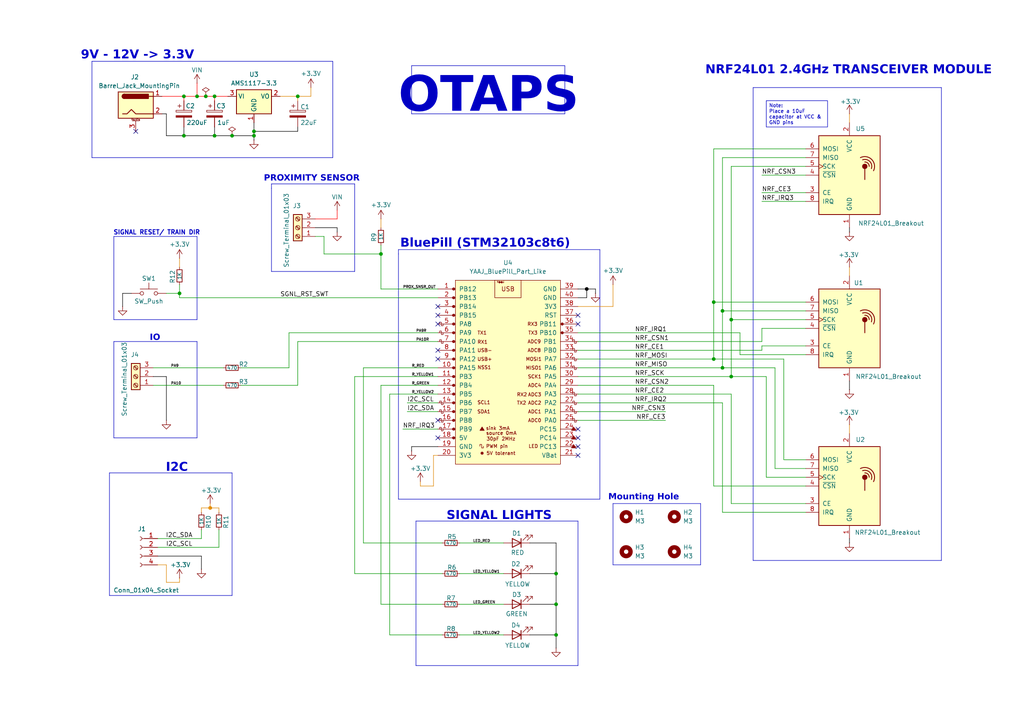
<source format=kicad_sch>
(kicad_sch (version 20231120) (generator "eeschema") (generator_version "8.0")
  (paper "A4")
  (title_block (title "OTAPS (Open Source Train Accident Prevention System)") (date "2024-09-06") (rev "1.1") (company "Ozonised") (comment 2 "License: GNU General Public License version 3") (comment 3 "GitHub: https://github.com/Ozonised/OTAPS_Hardware") (comment 4 "Author: Farhan Khan"))
  (lib_symbols
    (symbol "Connector:Barrel_Jack_MountingPin" (pin_names hide)
      (property "Reference" "J2" (at -0.254 8.128 0))
      (property "Value" "Barrel_Jack_MountingPin" (at 1.016 5.588 0))
      (symbol "Barrel_Jack_MountingPin_1_1"
        (text "Mounting" (at 0 -4.191 0) (effects (font (size 0.381 0.381))))
        (pin passive line (at 7.62 2.54 180) (length 2.54) (name "~") (number "1"))
        (pin passive line (at 7.62 -2.54 180) (length 2.54) (name "~") (number "2"))
        (pin passive line (at 0 -7.62 90) (length 3.048) (name "MountPin") (number "3"))
      )
    )
    (symbol "Connector:Conn_01x04_Socket" (pin_names (offset 1.016) hide)
      (property "Reference" "J" (at 0 5.08 0))
      (property "Value" "Conn_01x04_Socket" (at 0 -7.62 0))
      (symbol "Conn_01x04_Socket_1_1"
        (pin passive line (at -5.08 2.54 0) (length 3.81) (name "Pin_1") (number "1"))
        (pin passive line (at -5.08 0 0) (length 3.81) (name "Pin_2") (number "2"))
        (pin passive line (at -5.08 -2.54 0) (length 3.81) (name "Pin_3") (number "3"))
        (pin passive line (at -5.08 -5.08 0) (length 3.81) (name "Pin_4") (number "4"))
      )
    )
    (symbol "Connector:Screw_Terminal_01x03" (pin_names (offset 1.016) hide)
      (property "Reference" "J" (at 0 5.08 0))
      (property "Value" "Screw_Terminal_01x03" (at 0 -5.08 0))
      (symbol "Screw_Terminal_01x03_1_1"
        (pin passive line (at -5.08 2.54 0) (length 3.81) (name "Pin_1") (number "1"))
        (pin passive line (at -5.08 0 0) (length 3.81) (name "Pin_2") (number "2"))
        (pin passive line (at -5.08 -2.54 0) (length 3.81) (name "Pin_3") (number "3"))
      )
    )
    (symbol "Device:C_Polarized" (pin_numbers hide) (pin_names (offset 0.254))
      (property "Reference" "C" (at 0.635 2.54 0))
      (property "Value" "C_Polarized" (at 0.635 -2.54 0))
      (symbol "C_Polarized_1_1"
        (pin passive line (at 0 3.81 270) (length 2.794) (name "~") (number "1"))
        (pin passive line (at 0 -3.81 90) (length 2.794) (name "~") (number "2"))
      )
    )
    (symbol "Device:LED" (pin_numbers hide) (pin_names (offset 1.016) hide)
      (property "Reference" "D" (at 0 2.54 0))
      (property "Value" "LED" (at 0 -2.54 0))
      (symbol "LED_1_1"
        (pin passive line (at -3.81 0 0) (length 2.54) (name "K") (number "1"))
        (pin passive line (at 3.81 0 180) (length 2.54) (name "A") (number "2"))
      )
    )
    (symbol "Device:R_Small" (pin_numbers hide) (pin_names (offset 0.254) hide)
      (property "Reference" "R" (at 0.762 0.508 0))
      (property "Value" "R_Small" (at 0.762 -1.016 0))
      (symbol "R_Small_1_1"
        (pin passive line (at 0 2.54 270) (length 0.762) (name "~") (number "1"))
        (pin passive line (at 0 -2.54 90) (length 0.762) (name "~") (number "2"))
      )
    )
    (symbol "Mechanical:MountingHole" (pin_names (offset 1.016)) (exclude_from_sim yes) (in_bom no)
      (property "Reference" "H" (at 0 5.08 0))
      (property "Value" "MountingHole" (at 0 3.175 0))
    )
    (symbol "RF:NRF24L01_Breakout" (pin_names (offset 1.016))
      (property "Reference" "U" (at -8.89 12.7 0))
      (property "Value" "NRF24L01_Breakout" (at 3.81 12.7 0))
      (symbol "NRF24L01_Breakout_1_1"
        (pin power_in line (at 0 -15.24 90) (length 3.81) (name "GND") (number "1"))
        (pin power_in line (at 0 15.24 270) (length 3.81) (name "VCC") (number "2"))
        (pin input line (at -12.7 -5.08 0) (length 3.81) (name "CE") (number "3"))
        (pin input line (at -12.7 0 0) (length 3.81) (name "~{CSN}") (number "4"))
        (pin input clock (at -12.7 2.54 0) (length 3.81) (name "SCK") (number "5"))
        (pin input line (at -12.7 7.62 0) (length 3.81) (name "MOSI") (number "6"))
        (pin output line (at -12.7 5.08 0) (length 3.81) (name "MISO") (number "7"))
        (pin output line (at -12.7 -7.62 0) (length 3.81) (name "IRQ") (number "8"))
      )
    )
    (symbol "Regulator_Linear:AMS1117-3.3"
      (property "Reference" "U" (at -3.81 3.175 0))
      (property "Value" "AMS1117-3.3" (at 0 3.175 0))
      (symbol "AMS1117-3.3_1_1"
        (pin power_in line (at 0 -7.62 90) (length 2.54) (name "GND") (number "1"))
        (pin power_out line (at 7.62 0 180) (length 2.54) (name "VO") (number "2"))
        (pin power_in line (at -7.62 0 0) (length 2.54) (name "VI") (number "3"))
      )
    )
    (symbol "STM32_BluePill:YAAJ_BluePill_Part_Like" (pin_names (offset 1.016))
      (property "Reference" "U" (at 0 27.178 0))
      (property "Value" "YAAJ_BluePill_Part_Like" (at 0 2.54 90))
      (symbol "YAAJ_BluePill_Part_Like_0_0"
        (text "30pF 2MHz" (at -2.032 -20.574 0) (effects (font (size 0.9906 0.9906))))
        (text "5V tolerant" (at -2.032 -24.765 0) (effects (font (size 0.9906 0.9906))))
        (text "ADC0" (at 7.747 -15.24 0) (effects (font (size 0.9906 0.9906))))
        (text "ADC1" (at 7.747 -12.7 0) (effects (font (size 0.9906 0.9906))))
        (text "ADC2" (at 7.747 -10.16 0) (effects (font (size 0.9906 0.9906))))
        (text "ADC3" (at 7.747 -7.747 0) (effects (font (size 0.9906 0.9906))))
        (text "ADC4" (at 7.747 -5.08 0) (effects (font (size 0.9906 0.9906))))
        (text "ADC8" (at 7.62 5.08 0) (effects (font (size 0.9906 0.9906))))
        (text "ADC9" (at 7.62 7.62 0) (effects (font (size 0.9906 0.9906))))
        (text "LED" (at 7.366 -22.733 0) (effects (font (size 0.9906 0.9906))))
        (text "MISO1" (at 7.493 0 0) (effects (font (size 0.9906 0.9906))))
        (text "MOSI1" (at 7.493 2.54 0) (effects (font (size 0.9906 0.9906))))
        (text "NSS1" (at -6.858 0.127 0) (effects (font (size 0.9906 0.9906))))
        (text "PWM pin" (at -3.175 -22.733 0) (effects (font (size 0.9906 0.9906))))
        (text "RX1" (at -7.366 7.493 0) (effects (font (size 0.9906 0.9906))))
        (text "RX2" (at 4.064 -7.747 0) (effects (font (size 0.9906 0.9906))))
        (text "RX3" (at 7.112 12.7 0) (effects (font (size 0.9906 0.9906))))
        (text "SCK1" (at 7.747 -2.54 0) (effects (font (size 0.9906 0.9906))))
        (text "SCL1" (at -6.985 -10.033 0) (effects (font (size 0.9906 0.9906))))
        (text "SDA1" (at -6.985 -12.7 0) (effects (font (size 0.9906 0.9906))))
        (text "sink 3mA" (at -2.921 -17.526 0) (effects (font (size 0.9906 0.9906))))
        (text "source 0mA" (at -1.905 -18.923 0) (effects (font (size 0.9906 0.9906))))
        (text "TX1" (at -7.493 10.16 0) (effects (font (size 0.9906 0.9906))))
        (text "TX2" (at 3.937 -10.16 0) (effects (font (size 0.9906 0.9906))))
        (text "TX3" (at 7.239 10.16 0) (effects (font (size 0.9906 0.9906))))
        (text "USB" (at 0 22.86 0) (effects (font (size 1.27 1.27))))
        (text "USB+" (at -6.731 2.54 0) (effects (font (size 0.9906 0.9906))))
        (text "USB-" (at -6.731 5.08 0) (effects (font (size 0.9906 0.9906))))
        (text "Y@@J" (at -2.159 24.892 0) (effects (font (size 0.508 0.508))))
      )
      (symbol "YAAJ_BluePill_Part_Like_1_1"
        (pin bidirectional line (at -20.32 22.86 0) (length 5.08) (name "PB12") (number "1"))
        (pin bidirectional line (at -20.32 0 0) (length 5.08) (name "PA15") (number "10"))
        (pin bidirectional line (at -20.32 -2.54 0) (length 5.08) (name "PB3") (number "11"))
        (pin bidirectional line (at -20.32 -5.08 0) (length 5.08) (name "PB4") (number "12"))
        (pin bidirectional line (at -20.32 -7.62 0) (length 5.08) (name "PB5") (number "13"))
        (pin bidirectional line (at -20.32 -10.16 0) (length 5.08) (name "PB6") (number "14"))
        (pin bidirectional line (at -20.32 -12.7 0) (length 5.08) (name "PB7") (number "15"))
        (pin bidirectional line (at -20.32 -15.24 0) (length 5.08) (name "PB8") (number "16"))
        (pin bidirectional line (at -20.32 -17.78 0) (length 5.08) (name "PB9") (number "17"))
        (pin power_in line (at -20.32 -20.32 0) (length 5.08) (name "5V") (number "18"))
        (pin power_in line (at -20.32 -22.86 0) (length 5.08) (name "GND") (number "19"))
        (pin bidirectional line (at -20.32 20.32 0) (length 5.08) (name "PB13") (number "2"))
        (pin power_in line (at -20.32 -25.4 0) (length 5.08) (name "3V3") (number "20"))
        (pin power_in line (at 20.32 -25.4 180) (length 5.08) (name "VBat") (number "21"))
        (pin bidirectional line (at 20.32 -22.86 180) (length 5.08) (name "PC13") (number "22"))
        (pin bidirectional line (at 20.32 -20.32 180) (length 5.08) (name "PC14") (number "23"))
        (pin bidirectional line (at 20.32 -17.78 180) (length 5.08) (name "PC15") (number "24"))
        (pin bidirectional line (at 20.32 -15.24 180) (length 5.08) (name "PA0") (number "25"))
        (pin bidirectional line (at 20.32 -12.7 180) (length 5.08) (name "PA1") (number "26"))
        (pin bidirectional line (at 20.32 -10.16 180) (length 5.08) (name "PA2") (number "27"))
        (pin bidirectional line (at 20.32 -7.62 180) (length 5.08) (name "PA3") (number "28"))
        (pin bidirectional line (at 20.32 -5.08 180) (length 5.08) (name "PA4") (number "29"))
        (pin bidirectional line (at -20.32 17.78 0) (length 5.08) (name "PB14") (number "3"))
        (pin bidirectional line (at 20.32 -2.54 180) (length 5.08) (name "PA5") (number "30"))
        (pin bidirectional line (at 20.32 0 180) (length 5.08) (name "PA6") (number "31"))
        (pin bidirectional line (at 20.32 2.54 180) (length 5.08) (name "PA7") (number "32"))
        (pin bidirectional line (at 20.32 5.08 180) (length 5.08) (name "PB0") (number "33"))
        (pin bidirectional line (at 20.32 7.62 180) (length 5.08) (name "PB1") (number "34"))
        (pin bidirectional line (at 20.32 10.16 180) (length 5.08) (name "PB10") (number "35"))
        (pin bidirectional line (at 20.32 12.7 180) (length 5.08) (name "PB11") (number "36"))
        (pin input line (at 20.32 15.24 180) (length 5.08) (name "RST") (number "37"))
        (pin power_in line (at 20.32 17.78 180) (length 5.08) (name "3V3") (number "38"))
        (pin power_in line (at 20.32 22.86 180) (length 5.08) (name "GND") (number "39"))
        (pin bidirectional line (at -20.32 15.24 0) (length 5.08) (name "PB15") (number "4"))
        (pin power_in line (at 20.32 20.32 180) (length 5.08) (name "GND") (number "40"))
        (pin bidirectional line (at -20.32 12.7 0) (length 5.08) (name "PA8") (number "5"))
        (pin bidirectional line (at -20.32 10.16 0) (length 5.08) (name "PA9") (number "6"))
        (pin bidirectional line (at -20.32 7.62 0) (length 5.08) (name "PA10") (number "7"))
        (pin bidirectional line (at -20.32 5.08 0) (length 5.08) (name "PA11") (number "8"))
        (pin bidirectional line (at -20.32 2.54 0) (length 5.08) (name "PA12") (number "9"))
      )
    )
    (symbol "Switch:SW_Push" (pin_numbers hide) (pin_names (offset 1.016) hide)
      (property "Reference" "SW" (at 1.27 2.54 0))
      (property "Value" "SW_Push" (at 0 -1.524 0))
      (symbol "SW_Push_0_1"
        (pin passive line (at -5.08 0 0) (length 2.54) (name "1") (number "1"))
        (pin passive line (at 5.08 0 180) (length 2.54) (name "2") (number "2"))
      )
    )
    (symbol "power:+3.3V" (power) (pin_numbers hide) (pin_names (offset 0) hide)
      (property "Value" "+3.3V" (at 0 3.556 0))
      (symbol "+3.3V_1_1"
        (pin power_in line (at 0 0 90) (length 0) (name "~") (number "1"))
      )
    )
    (symbol "power:GND" (power) (pin_numbers hide) (pin_names (offset 0) hide)
      (property "Value" "GND" (at 0 -3.81 0))
      (symbol "GND_1_1"
        (pin power_in line (at 0 0 270) (length 0) (name "~") (number "1"))
      )
    )
    (symbol "power:PWR_FLAG" (power) (pin_numbers hide) (pin_names (offset 0) hide)
      (property "Value" "PWR_FLAG" (at 0 3.81 0))
      (symbol "PWR_FLAG_0_0"
        (pin power_out line (at 0 0 90) (length 0) (name "~") (number "1"))
      )
    )
    (symbol "power:VCC" (power) (pin_numbers hide) (pin_names (offset 0) hide)
      (property "Value" "VCC" (at 0 3.556 0))
      (symbol "VCC_1_1"
        (pin power_in line (at 0 0 90) (length 0) (name "~") (number "1"))
      )
    )
  )
  (junction (at 209.55 106.68))
  (junction (at 86.36 27.94))
  (junction (at 161.29 175.26))
  (junction (at 212.09 92.71))
  (junction (at 73.66 38.1))
  (junction (at 110.49 73.66))
  (junction (at 53.34 27.94))
  (junction (at 57.15 27.94))
  (junction (at 212.09 109.22))
  (junction (at 170.18 83.82) (color 0 0 0 1))
  (junction (at 207.01 104.14))
  (junction (at 62.23 27.94))
  (junction (at 161.29 184.15))
  (junction (at 60.96 147.32) (color 221 133 0 1))
  (junction (at 73.66 39.37))
  (junction (at 161.29 166.37))
  (junction (at 67.31 39.37))
  (junction (at 62.23 39.37))
  (junction (at 209.55 90.17))
  (junction (at 53.34 39.37))
  (junction (at 59.69 27.94))
  (junction (at 52.07 85.09))
  (junction (at 207.01 87.63))
  (no_connect (at 127 127))
  (no_connect (at 167.64 127))
  (no_connect (at 127 88.9))
  (no_connect (at 127 91.44))
  (no_connect (at 127 93.98))
  (no_connect (at 127 104.14))
  (no_connect (at 39.37 38.1))
  (no_connect (at 167.64 93.98))
  (no_connect (at 127 101.6))
  (no_connect (at 167.64 132.08))
  (no_connect (at 167.64 129.54))
  (no_connect (at 127 121.92))
  (no_connect (at 167.64 91.44))
  (no_connect (at 167.64 124.46))
  (wire (pts (xy 60.96 147.32) (xy 58.42 147.32)) (stroke (width 0) (color 221 133 0 1)))
  (wire (pts (xy 233.68 92.71) (xy 212.09 92.71)))
  (wire (pts (xy 246.38 123.19) (xy 246.38 125.73)) (stroke (width 0) (color 221 133 0 1)))
  (wire (pts (xy 220.98 100.33) (xy 233.68 100.33)))
  (wire (pts (xy 167.64 114.3) (xy 212.09 114.3)))
  (wire (pts (xy 167.64 111.76) (xy 207.01 111.76)))
  (wire (pts (xy 153.67 157.48) (xy 161.29 157.48)) (stroke (width 0) (color 0 0 0 1)))
  (wire (pts (xy 110.49 71.12) (xy 110.49 73.66)))
  (polyline (pts (xy 273.05 162.56) (xy 273.05 25.4)))
  (wire (pts (xy 58.42 161.29) (xy 45.72 161.29)) (stroke (width 0) (color 0 0 0 1)))
  (polyline (pts (xy 31.75 172.72) (xy 31.75 137.16)))
  (wire (pts (xy 63.5 148.59) (xy 63.5 147.32)) (stroke (width 0) (color 221 133 0 1)))
  (wire (pts (xy 212.09 48.26) (xy 212.09 92.71)))
  (wire (pts (xy 133.35 166.37) (xy 146.05 166.37)))
  (wire (pts (xy 177.8 82.55) (xy 177.8 88.9)) (stroke (width 0) (color 221 133 0 1)))
  (wire (pts (xy 161.29 157.48) (xy 161.29 166.37)) (stroke (width 0) (color 0 0 0 1)))
  (polyline (pts (xy 96.52 17.78) (xy 96.52 45.72)))
  (wire (pts (xy 172.72 83.82) (xy 172.72 85.09)) (stroke (width 0) (color 0 0 0 1)))
  (wire (pts (xy 128.27 175.26) (xy 110.49 175.26)))
  (wire (pts (xy 167.64 116.84) (xy 209.55 116.84)))
  (wire (pts (xy 62.23 39.37) (xy 67.31 39.37)) (stroke (width 0) (color 0 0 0 1)))
  (wire (pts (xy 233.68 146.05) (xy 212.09 146.05)))
  (polyline (pts (xy 57.15 92.71) (xy 57.15 68.58)))
  (wire (pts (xy 209.55 90.17) (xy 209.55 106.68)))
  (polyline (pts (xy 218.44 162.56) (xy 273.05 162.56)))
  (polyline (pts (xy 218.44 25.4) (xy 218.44 162.56)))
  (wire (pts (xy 224.79 106.68) (xy 209.55 106.68)))
  (wire (pts (xy 220.98 95.25) (xy 233.68 95.25)))
  (wire (pts (xy 167.64 83.82) (xy 170.18 83.82)) (stroke (width 0) (color 0 0 0 1)))
  (polyline (pts (xy 57.15 99.06) (xy 57.15 127)))
  (wire (pts (xy 110.49 111.76) (xy 110.49 175.26)))
  (wire (pts (xy 83.82 96.52) (xy 127 96.52)))
  (wire (pts (xy 125.73 140.97) (xy 121.92 140.97)) (stroke (width 0) (color 221 133 0 1)))
  (polyline (pts (xy 67.31 137.16) (xy 67.31 172.72)))
  (wire (pts (xy 214.63 102.87) (xy 233.68 102.87)))
  (wire (pts (xy 52.07 86.36) (xy 52.07 85.09)))
  (wire (pts (xy 52.07 82.55) (xy 52.07 85.09)))
  (polyline (pts (xy 33.02 99.06) (xy 57.15 99.06)))
  (wire (pts (xy 246.38 156.21) (xy 246.38 157.48)) (stroke (width 0) (color 0 0 0 1)))
  (wire (pts (xy 161.29 166.37) (xy 161.29 175.26)) (stroke (width 0) (color 0 0 0 1)))
  (polyline (pts (xy 163.83 19.05) (xy 163.83 33.02)))
  (wire (pts (xy 167.64 119.38) (xy 193.04 119.38)))
  (wire (pts (xy 207.01 104.14) (xy 207.01 87.63)))
  (wire (pts (xy 44.45 106.68) (xy 64.77 106.68)))
  (wire (pts (xy 62.23 27.94) (xy 62.23 29.21)) (stroke (width 0) (color 255 0 0 1)))
  (polyline (pts (xy 177.8 163.83) (xy 203.2 163.83)))
  (polyline (pts (xy 163.83 33.02) (xy 119.38 33.02)))
  (wire (pts (xy 233.68 90.17) (xy 209.55 90.17)))
  (wire (pts (xy 97.79 63.5) (xy 91.44 63.5)) (stroke (width 0) (color 255 0 0 1)))
  (wire (pts (xy 128.27 166.37) (xy 102.87 166.37)))
  (wire (pts (xy 113.03 114.3) (xy 113.03 184.15)))
  (wire (pts (xy 83.82 96.52) (xy 83.82 106.68)))
  (wire (pts (xy 207.01 104.14) (xy 227.33 104.14)))
  (wire (pts (xy 93.98 68.58) (xy 93.98 73.66)))
  (wire (pts (xy 121.92 140.97) (xy 121.92 139.7)) (stroke (width 0) (color 221 133 0 1)))
  (wire (pts (xy 58.42 147.32) (xy 58.42 148.59)) (stroke (width 0) (color 221 133 0 1)))
  (wire (pts (xy 209.55 148.59) (xy 233.68 148.59)))
  (polyline (pts (xy 78.74 53.34) (xy 78.74 54.61)))
  (wire (pts (xy 53.34 39.37) (xy 48.26 39.37)) (stroke (width 0) (color 0 0 0 1)))
  (wire (pts (xy 57.15 24.13) (xy 57.15 27.94)) (stroke (width 0) (color 255 0 0 1)))
  (polyline (pts (xy 203.2 163.83) (xy 203.2 146.05)))
  (wire (pts (xy 48.26 163.83) (xy 48.26 168.91)) (stroke (width 0) (color 221 133 0 1)))
  (wire (pts (xy 212.09 114.3) (xy 212.09 146.05)))
  (polyline (pts (xy 115.57 72.39) (xy 115.57 73.66)))
  (polyline (pts (xy 115.57 144.78) (xy 173.99 144.78)))
  (wire (pts (xy 118.11 116.84) (xy 127 116.84)))
  (polyline (pts (xy 31.75 137.16) (xy 67.31 137.16)))
  (wire (pts (xy 209.55 45.72) (xy 209.55 90.17)))
  (wire (pts (xy 153.67 175.26) (xy 161.29 175.26)) (stroke (width 0) (color 0 0 0 1)))
  (wire (pts (xy 52.07 74.93) (xy 52.07 77.47)) (stroke (width 0) (color 221 133 0 1)))
  (wire (pts (xy 60.96 146.05) (xy 60.96 147.32)) (stroke (width 0) (color 221 133 0 1)))
  (wire (pts (xy 86.36 99.06) (xy 86.36 111.76)))
  (wire (pts (xy 116.84 124.46) (xy 127 124.46)))
  (wire (pts (xy 207.01 43.18) (xy 233.68 43.18)))
  (polyline (pts (xy 57.15 68.58) (xy 33.02 68.58)))
  (wire (pts (xy 58.42 153.67) (xy 58.42 156.21)))
  (wire (pts (xy 67.31 39.37) (xy 73.66 39.37)) (stroke (width 0) (color 0 0 0 1)))
  (wire (pts (xy 167.64 88.9) (xy 177.8 88.9)) (stroke (width 0) (color 221 133 0 1)))
  (polyline (pts (xy 115.57 73.66) (xy 115.57 144.78)))
  (wire (pts (xy 90.17 27.94) (xy 86.36 27.94)) (stroke (width 0) (color 221 133 0 1)))
  (wire (pts (xy 167.64 101.6) (xy 220.98 101.6)))
  (wire (pts (xy 73.66 35.56) (xy 73.66 38.1)) (stroke (width 0) (color 0 0 0 1)))
  (wire (pts (xy 53.34 36.83) (xy 53.34 39.37)) (stroke (width 0) (color 0 0 0 1)))
  (polyline (pts (xy 119.38 19.05) (xy 119.38 33.02)))
  (wire (pts (xy 207.01 43.18) (xy 207.01 87.63)))
  (wire (pts (xy 207.01 87.63) (xy 233.68 87.63)))
  (wire (pts (xy 86.36 27.94) (xy 81.28 27.94)) (stroke (width 0) (color 221 133 0 1)))
  (wire (pts (xy 63.5 158.75) (xy 45.72 158.75)))
  (wire (pts (xy 86.36 99.06) (xy 127 99.06)))
  (wire (pts (xy 73.66 39.37) (xy 73.66 40.64)) (stroke (width 0) (color 0 0 0 1)))
  (polyline (pts (xy 218.44 25.4) (xy 273.05 25.4)))
  (wire (pts (xy 220.98 55.88) (xy 233.68 55.88)))
  (wire (pts (xy 246.38 66.04) (xy 246.38 67.31)) (stroke (width 0) (color 0 0 0 1)))
  (wire (pts (xy 207.01 140.97) (xy 233.68 140.97)))
  (wire (pts (xy 161.29 175.26) (xy 161.29 184.15)) (stroke (width 0) (color 0 0 0 1)))
  (wire (pts (xy 127 114.3) (xy 113.03 114.3)))
  (wire (pts (xy 212.09 48.26) (xy 233.68 48.26)))
  (polyline (pts (xy 96.52 45.72) (xy 26.67 45.72)))
  (polyline (pts (xy 57.15 127) (xy 33.02 127)))
  (wire (pts (xy 90.17 25.4) (xy 90.17 27.94)) (stroke (width 0) (color 221 133 0 1)))
  (wire (pts (xy 167.64 86.36) (xy 170.18 86.36)) (stroke (width 0) (color 0 0 0 1)))
  (wire (pts (xy 52.07 86.36) (xy 127 86.36)))
  (wire (pts (xy 46.99 27.94) (xy 53.34 27.94)) (stroke (width 0) (color 255 0 0 1)))
  (wire (pts (xy 118.11 119.38) (xy 127 119.38)))
  (wire (pts (xy 86.36 36.83) (xy 86.36 38.1)) (stroke (width 0) (color 0 0 0 1)))
  (wire (pts (xy 193.04 121.92) (xy 167.64 121.92)))
  (wire (pts (xy 97.79 66.04) (xy 91.44 66.04)) (stroke (width 0) (color 0 0 0 1)))
  (polyline (pts (xy 120.65 151.13) (xy 120.65 193.04)))
  (wire (pts (xy 161.29 184.15) (xy 161.29 187.96)) (stroke (width 0) (color 0 0 0 1)))
  (wire (pts (xy 62.23 27.94) (xy 66.04 27.94)) (stroke (width 0) (color 255 0 0 1)))
  (wire (pts (xy 209.55 116.84) (xy 209.55 148.59)))
  (wire (pts (xy 105.41 106.68) (xy 127 106.68)))
  (wire (pts (xy 125.73 132.08) (xy 125.73 140.97)) (stroke (width 0) (color 221 133 0 1)))
  (polyline (pts (xy 78.74 54.61) (xy 78.74 78.74)))
  (wire (pts (xy 220.98 101.6) (xy 220.98 100.33)))
  (wire (pts (xy 63.5 147.32) (xy 60.96 147.32)) (stroke (width 0) (color 221 133 0 1)))
  (wire (pts (xy 45.72 163.83) (xy 48.26 163.83)) (stroke (width 0) (color 221 133 0 1)))
  (wire (pts (xy 93.98 68.58) (xy 91.44 68.58)))
  (wire (pts (xy 222.25 109.22) (xy 222.25 138.43)))
  (wire (pts (xy 212.09 92.71) (xy 212.09 109.22)))
  (polyline (pts (xy 33.02 68.58) (xy 33.02 92.71)))
  (wire (pts (xy 97.79 66.04) (xy 97.79 67.31)) (stroke (width 0) (color 0 0 0 1)))
  (polyline (pts (xy 120.65 151.13) (xy 167.64 151.13)))
  (wire (pts (xy 48.26 109.22) (xy 44.45 109.22)) (stroke (width 0) (color 0 0 0 1)))
  (polyline (pts (xy 33.02 92.71) (xy 57.15 92.71)))
  (wire (pts (xy 227.33 133.35) (xy 233.68 133.35)))
  (polyline (pts (xy 167.64 193.04) (xy 167.64 151.13)))
  (wire (pts (xy 220.98 58.42) (xy 233.68 58.42)))
  (wire (pts (xy 127 132.08) (xy 125.73 132.08)) (stroke (width 0) (color 221 133 0 1)))
  (wire (pts (xy 207.01 111.76) (xy 207.01 140.97)))
  (wire (pts (xy 246.38 33.02) (xy 246.38 35.56)) (stroke (width 0) (color 221 133 0 1)))
  (polyline (pts (xy 119.38 19.05) (xy 163.83 19.05)))
  (wire (pts (xy 62.23 36.83) (xy 62.23 39.37)) (stroke (width 0) (color 0 0 0 1)))
  (wire (pts (xy 58.42 156.21) (xy 45.72 156.21)))
  (wire (pts (xy 73.66 38.1) (xy 73.66 39.37)) (stroke (width 0) (color 0 0 0 1)))
  (wire (pts (xy 167.64 104.14) (xy 207.01 104.14)))
  (wire (pts (xy 246.38 77.47) (xy 246.38 80.01)) (stroke (width 0) (color 221 133 0 1)))
  (wire (pts (xy 48.26 109.22) (xy 48.26 121.92)) (stroke (width 0) (color 0 0 0 1)))
  (wire (pts (xy 48.26 85.09) (xy 52.07 85.09)))
  (wire (pts (xy 212.09 109.22) (xy 222.25 109.22)))
  (polyline (pts (xy 120.65 193.04) (xy 167.64 193.04)))
  (polyline (pts (xy 26.67 17.78) (xy 26.67 45.72)))
  (wire (pts (xy 167.64 106.68) (xy 209.55 106.68)))
  (polyline (pts (xy 33.02 99.06) (xy 33.02 127)))
  (wire (pts (xy 105.41 157.48) (xy 105.41 106.68)))
  (wire (pts (xy 44.45 111.76) (xy 64.77 111.76)))
  (wire (pts (xy 214.63 102.87) (xy 214.63 96.52)))
  (wire (pts (xy 110.49 63.5) (xy 110.49 66.04)) (stroke (width 0) (color 221 133 0 1)))
  (wire (pts (xy 48.26 33.02) (xy 46.99 33.02)) (stroke (width 0) (color 0 0 0 1)))
  (wire (pts (xy 58.42 165.1) (xy 58.42 161.29)) (stroke (width 0) (color 0 0 0 1)))
  (wire (pts (xy 133.35 175.26) (xy 146.05 175.26)))
  (wire (pts (xy 153.67 184.15) (xy 161.29 184.15)) (stroke (width 0) (color 0 0 0 1)))
  (wire (pts (xy 102.87 109.22) (xy 127 109.22)))
  (polyline (pts (xy 173.99 72.39) (xy 115.57 72.39)))
  (wire (pts (xy 170.18 86.36) (xy 170.18 83.82)) (stroke (width 0) (color 0 0 0 1)))
  (wire (pts (xy 220.98 50.8) (xy 233.68 50.8)))
  (wire (pts (xy 133.35 184.15) (xy 146.05 184.15)))
  (wire (pts (xy 63.5 153.67) (xy 63.5 158.75)))
  (wire (pts (xy 167.64 99.06) (xy 220.98 99.06)))
  (wire (pts (xy 110.49 83.82) (xy 127 83.82)))
  (wire (pts (xy 119.38 129.54) (xy 127 129.54)) (stroke (width 0) (color 0 0 0 1)))
  (wire (pts (xy 52.07 167.64) (xy 52.07 168.91)) (stroke (width 0) (color 221 133 0 1)))
  (wire (pts (xy 35.56 85.09) (xy 38.1 85.09)) (stroke (width 0) (color 0 0 0 1)))
  (wire (pts (xy 127 111.76) (xy 110.49 111.76)))
  (wire (pts (xy 35.56 85.09) (xy 35.56 88.9)) (stroke (width 0) (color 0 0 0 1)))
  (wire (pts (xy 97.79 60.96) (xy 97.79 63.5)) (stroke (width 0) (color 255 0 0 1)))
  (wire (pts (xy 167.64 109.22) (xy 212.09 109.22)))
  (wire (pts (xy 86.36 27.94) (xy 86.36 29.21)) (stroke (width 0) (color 221 133 0 1)))
  (wire (pts (xy 233.68 135.89) (xy 224.79 135.89)))
  (wire (pts (xy 128.27 184.15) (xy 113.03 184.15)))
  (wire (pts (xy 110.49 73.66) (xy 110.49 83.82)))
  (wire (pts (xy 53.34 27.94) (xy 53.34 29.21)) (stroke (width 0) (color 255 0 0 1)))
  (wire (pts (xy 222.25 138.43) (xy 233.68 138.43)))
  (wire (pts (xy 48.26 168.91) (xy 52.07 168.91)) (stroke (width 0) (color 221 133 0 1)))
  (polyline (pts (xy 78.74 78.74) (xy 102.87 78.74)))
  (wire (pts (xy 59.69 27.94) (xy 62.23 27.94)) (stroke (width 0) (color 255 0 0 1)))
  (polyline (pts (xy 102.87 78.74) (xy 102.87 53.34)))
  (polyline (pts (xy 177.8 146.05) (xy 177.8 163.83)))
  (wire (pts (xy 153.67 166.37) (xy 161.29 166.37)) (stroke (width 0) (color 0 0 0 1)))
  (wire (pts (xy 220.98 99.06) (xy 220.98 95.25)))
  (wire (pts (xy 73.66 38.1) (xy 86.36 38.1)) (stroke (width 0) (color 0 0 0 1)))
  (polyline (pts (xy 173.99 144.78) (xy 173.99 72.39)))
  (polyline (pts (xy 102.87 53.34) (xy 78.74 53.34)))
  (wire (pts (xy 93.98 73.66) (xy 110.49 73.66)))
  (wire (pts (xy 53.34 27.94) (xy 57.15 27.94)) (stroke (width 0) (color 255 0 0 1)))
  (wire (pts (xy 224.79 135.89) (xy 224.79 106.68)))
  (wire (pts (xy 69.85 111.76) (xy 86.36 111.76)))
  (wire (pts (xy 102.87 166.37) (xy 102.87 109.22)))
  (wire (pts (xy 233.68 45.72) (xy 209.55 45.72)))
  (wire (pts (xy 167.64 96.52) (xy 214.63 96.52)))
  (wire (pts (xy 119.38 130.81) (xy 119.38 129.54)) (stroke (width 0) (color 0 0 0 1)))
  (wire (pts (xy 69.85 106.68) (xy 83.82 106.68)))
  (wire (pts (xy 48.26 33.02) (xy 48.26 39.37)) (stroke (width 0) (color 0 0 0 1)))
  (wire (pts (xy 133.35 157.48) (xy 146.05 157.48)))
  (wire (pts (xy 128.27 157.48) (xy 105.41 157.48)))
  (polyline (pts (xy 67.31 172.72) (xy 31.75 172.72)))
  (wire (pts (xy 170.18 83.82) (xy 172.72 83.82)) (stroke (width 0) (color 0 0 0 1)))
  (wire (pts (xy 57.15 27.94) (xy 59.69 27.94)) (stroke (width 0) (color 255 0 0 1)))
  (polyline (pts (xy 177.8 146.05) (xy 203.2 146.05)))
  (polyline (pts (xy 26.67 17.78) (xy 96.52 17.78)))
  (wire (pts (xy 246.38 110.49) (xy 246.38 113.03)) (stroke (width 0) (color 0 0 0 1)))
  (wire (pts (xy 53.34 39.37) (xy 62.23 39.37)) (stroke (width 0) (color 0 0 0 1)))
  (wire (pts (xy 227.33 104.14) (xy 227.33 133.35)))
  (text_box "Note:\nPlace a 10uF capacitor at VCC & GND pins" (at 222.25 29.21 0) (size 17.78 7.62) (effects (font (size 1.016 1.016)) (justify left top)))
  (text "IO" (at 44.958 98.552 0) (effects (font (size 1.778 1.778) (thickness 0.508) (bold yes))))
  (text "NRF24L01 2.4GHz TRANSCEIVER MODULE" (at 246.126 21.082 0) (effects (font (size 2.54 2.54) (thickness 0.508) (bold yes))))
  (text "SIGNAL LIGHTS" (at 144.78 150.368 0) (effects (font (size 2.54 2.54) (thickness 0.508) (bold yes))))
  (text "9V - 12V -> 3.3V" (at 39.878 16.764 0) (effects (font (size 2.54 2.54) (thickness 0.508) (bold yes))))
  (text "I2C\n" (at 51.308 136.398 0) (effects (font (size 2.54 2.54) (thickness 0.508) (bold yes))))
  (text "BluePill (STM32103c8t6)" (at 140.716 71.374 0) (effects (font (size 2.54 2.54) (thickness 0.508) (bold yes))))
  (text "OTAPS" (at 141.732 30.734 0) (effects (font (size 10.16 10.16) (thickness 0.508) (bold yes))))
  (text "Mounting Hole" (at 186.69 144.78 0) (effects (font (size 1.778 1.778) (thickness 0.508) (bold yes))))
  (text "PROXIMITY SENSOR\n" (at 90.424 52.324 0) (effects (font (size 1.778 1.778) (thickness 0.508) (bold yes))))
  (text "SIGNAL RESET/ TRAIN DIR\n" (at 45.466 67.564 0) (effects (font (size 1.27 1.27) (thickness 0.254) (bold yes))))
  (label "LED_GREEN" (at 137.16 175.26 0) (effects (font (size 0.762 0.762))))
  (label "R_YELLOW1" (at 119.38 109.22 0) (effects (font (size 0.762 0.762))))
  (label "I2C_SCL" (at 118.11 116.84 0))
  (label "NRF_CE1" (at 184.15 101.6 0))
  (label "R_GREEN" (at 119.38 111.76 0) (effects (font (size 0.762 0.762))))
  (label "PROX_SNSR_OUT" (at 116.84 83.82 0) (effects (font (size 0.762 0.762))))
  (label "NRF_CE2" (at 184.15 114.3 0))
  (label "NRF_IRQ2" (at 184.15 116.84 0))
  (label "PA10R" (at 120.65 99.06 0) (effects (font (size 0.762 0.762))))
  (label "NRF_SCK" (at 184.15 109.22 0))
  (label "NRF_IRQ3" (at 220.98 58.42 0))
  (label "LED_RED" (at 137.16 157.48 0) (effects (font (size 0.762 0.762))))
  (label "NRF_CSN3" (at 220.98 50.8 0))
  (label "I2C_SDA" (at 55.88 156.21 180))
  (label "PA9R" (at 120.65 96.52 0) (effects (font (size 0.762 0.762))))
  (label "PA9" (at 49.53 106.68 0) (effects (font (size 0.762 0.762))))
  (label "LED_YELLOW2" (at 137.16 184.15 0) (effects (font (size 0.762 0.762))))
  (label "NRF_CE3" (at 220.98 55.88 0))
  (label "NRF_IRQ1" (at 184.15 96.52 0))
  (label "NRF_CE3" (at 193.04 121.92 180))
  (label "R_RED" (at 119.38 106.68 0) (effects (font (size 0.762 0.762))))
  (label "NRF_CSN3" (at 193.04 119.38 180))
  (label "R_YELLOW2" (at 119.38 114.3 0) (effects (font (size 0.762 0.762))))
  (label "I2C_SDA" (at 118.11 119.38 0))
  (label "SGNL_RST_SWT" (at 81.28 86.36 0))
  (label "I2C_SCL" (at 55.88 158.75 180))
  (label "NRF_CSN1" (at 184.15 99.06 0))
  (label "NRF_IRQ3" (at 116.84 124.46 0))
  (label "NRF_MOSI" (at 184.15 104.14 0))
  (label "PA10" (at 49.53 111.76 0) (effects (font (size 0.762 0.762))))
  (label "NRF_CSN2" (at 184.15 111.76 0))
  (label "LED_YELLOW1" (at 137.16 166.37 0) (effects (font (size 0.762 0.762))))
  (label "NRF_MISO" (at 184.15 106.68 0))
  (symbol (lib_id "Device:C_Polarized") (at 62.23 33.02 0) (unit 1)
    (property "Reference" "C3" (at 62.738 30.734 0) (effects (justify left)))
    (property "Value" "1uF" (at 62.992 35.56 0) (effects (justify left)))
    (property "Footprint" "Capacitor_SMD:C_1206_3216Metric_Pad1.33x1.80mm_HandSolder" (effects (hide yes)))
    (property "Description" "Polarized capacitor" (effects (hide yes)))
    (property "Vendor Link" "https://robu.in/product/umk316bj105kd-t-taiyo-yuden-ceramic-capacitor-1uf-50v-x5r-10-1206/" (effects (hide yes)))
  )
  (symbol (lib_id "Device:R_Small") (at 130.81 166.37 90) (unit 1)
    (property "Reference" "R6" (at 131.064 164.592 90))
    (property "Value" "470" (at 130.81 166.37 90) (effects (font (size 1.016 1.016))))
    (property "Footprint" "Resistor_SMD:R_0805_2012Metric_Pad1.20x1.40mm_HandSolder" (effects (hide yes)))
    (property "Description" "Resistor, small symbol" (effects (hide yes)))
    (property "Vendor Link" "https://robu.in/product/ac0805fr-7w470rl-yageo-res-thick-film-0805-470-ohm-1-0-25w1-4w-%c2%b1100ppm-c-pad-smd-t-r-automotive-aec-q200/" (effects (hide yes)))
  )
  (symbol (lib_id "Device:R_Small") (at 58.42 151.13 0) (mirror x) (unit 1)
    (property "Reference" "R10" (at 60.452 151.384 90))
    (property "Value" "1K" (at 58.42 151.13 90) (effects (font (size 1.016 1.016))))
    (property "Footprint" "Resistor_SMD:R_0805_2012Metric_Pad1.20x1.40mm_HandSolder" (effects (hide yes)))
    (property "Description" "Resistor, small symbol" (effects (hide yes)))
    (property "Vendor Link" "https://robu.in/product/rc0805fr-071kl-yageo-res-thick-film-0805-1k-ohm-1-0-125w1-8w-%c2%b1100ppm-c-pad-smd-t-r/" (effects (hide yes)))
  )
  (symbol (lib_id "Device:LED") (at 149.86 166.37 180) (unit 1)
    (property "Reference" "D2" (at 149.606 163.576 0))
    (property "Value" "YELLOW" (at 150.114 169.418 0))
    (property "Footprint" "LED_THT:LED_D3.0mm" (effects (hide yes)))
    (property "Description" "Light emitting diode" (effects (hide yes)))
    (property "Vendor Link" "https://robu.in/product/orange-100pcs-5-colors-f3mm-led-kit/" (effects (hide yes)))
  )
  (symbol (lib_id "Connector:Screw_Terminal_01x03") (at 39.37 109.22 180) (unit 1)
    (property "Reference" "J4" (at 39.116 102.87 0))
    (property "Value" "Screw_Terminal_01x03" (at 36.068 109.982 90))
    (property "Footprint" "Screw_Terminal_01x03:Screw_Terminal_01x03" (effects (hide yes)))
    (property "Description" "Generic screw terminal, single row, 01x03, script generated (kicad-library-utils/schlib/autogen/connector/)" (effects (hide yes)))
    (property "Vendor Link" "https://robu.in/product/kf301-3-pin-5-08mm-pitch-plug-in-screw-terminal-block-connector-pack-of-5/" (effects (hide yes)))
  )
  (symbol (lib_id "power:GND") (at 35.56 88.9 0) (unit 1)
    (property "Reference" "#PWR02" (effects (hide yes)))
    (property "Value" "GND" (effects (hide yes)))
    (property "Description" "Power symbol creates a global label with name \"GND\" , ground" (effects (hide yes)))
  )
  (symbol (lib_id "power:VCC") (at 97.79 60.96 0) (unit 1)
    (property "Reference" "#PWR013" (effects (hide yes)))
    (property "Value" "VIN" (at 97.79 57.15 0))
    (property "Description" "Power symbol creates a global label with name \"VCC\"" (effects (hide yes)))
  )
  (symbol (lib_id "Connector:Screw_Terminal_01x03") (at 86.36 66.04 180) (unit 1)
    (property "Reference" "J3" (at 86.106 59.69 0))
    (property "Value" "Screw_Terminal_01x03" (at 83.058 66.802 90))
    (property "Footprint" "Screw_Terminal_01x03:Screw_Terminal_01x03" (effects (hide yes)))
    (property "Description" "Generic screw terminal, single row, 01x03, script generated (kicad-library-utils/schlib/autogen/connector/)" (effects (hide yes)))
    (property "Vendor Link" "https://robu.in/product/kf301-3-pin-5-08mm-pitch-plug-in-screw-terminal-block-connector-pack-of-5/" (effects (hide yes)))
  )
  (symbol (lib_id "Mechanical:MountingHole") (at 195.58 149.86 0) (unit 1) (exclude_from_sim yes) (in_bom no)
    (property "Reference" "H2" (at 198.12 148.5899 0) (effects (justify left)))
    (property "Value" "M3" (at 198.12 151.1299 0) (effects (justify left)))
    (property "Footprint" "MountingHole:MountingHole_3.2mm_M3" (effects (hide yes)))
    (property "Description" "Mounting Hole without connection" (effects (hide yes)))
  )
  (symbol (lib_id "power:GND") (at 58.42 165.1 0) (mirror y) (unit 1)
    (property "Reference" "#PWR09" (effects (hide yes)))
    (property "Value" "GND" (effects (hide yes)))
    (property "Description" "Power symbol creates a global label with name \"GND\" , ground" (effects (hide yes)))
  )
  (symbol (lib_id "Device:R_Small") (at 130.81 175.26 90) (unit 1)
    (property "Reference" "R7" (at 130.81 173.482 90))
    (property "Value" "470" (at 130.81 175.26 90) (effects (font (size 1.016 1.016))))
    (property "Footprint" "Resistor_SMD:R_0805_2012Metric_Pad1.20x1.40mm_HandSolder" (effects (hide yes)))
    (property "Description" "Resistor, small symbol" (effects (hide yes)))
    (property "Vendor Link" "https://robu.in/product/ac0805fr-7w470rl-yageo-res-thick-film-0805-470-ohm-1-0-25w1-4w-%c2%b1100ppm-c-pad-smd-t-r-automotive-aec-q200/" (effects (hide yes)))
  )
  (symbol (lib_id "power:GND") (at 73.66 40.64 0) (unit 1)
    (property "Reference" "#PWR011" (effects (hide yes)))
    (property "Value" "GND" (effects (hide yes)))
    (property "Description" "Power symbol creates a global label with name \"GND\" , ground" (effects (hide yes)))
  )
  (symbol (lib_id "power:GND") (at 97.79 67.31 0) (unit 1)
    (property "Reference" "#PWR014" (effects (hide yes)))
    (property "Value" "GND" (effects (hide yes)))
    (property "Description" "Power symbol creates a global label with name \"GND\" , ground" (effects (hide yes)))
  )
  (symbol (lib_id "Device:LED") (at 149.86 175.26 180) (unit 1)
    (property "Reference" "D3" (at 149.86 172.466 0))
    (property "Value" "GREEN" (at 149.86 178.054 0))
    (property "Footprint" "LED_THT:LED_D3.0mm" (effects (hide yes)))
    (property "Description" "Light emitting diode" (effects (hide yes)))
    (property "Vendor Link" "https://robu.in/product/orange-100pcs-5-colors-f3mm-led-kit/" (effects (hide yes)))
  )
  (symbol (lib_id "Device:R_Small") (at 130.81 184.15 90) (unit 1)
    (property "Reference" "R8" (at 130.81 182.372 90))
    (property "Value" "470" (at 130.81 184.15 90) (effects (font (size 1.016 1.016))))
    (property "Footprint" "Resistor_SMD:R_0805_2012Metric_Pad1.20x1.40mm_HandSolder" (effects (hide yes)))
    (property "Description" "Resistor, small symbol" (effects (hide yes)))
    (property "Vendor Link" "https://robu.in/product/ac0805fr-7w470rl-yageo-res-thick-film-0805-470-ohm-1-0-25w1-4w-%c2%b1100ppm-c-pad-smd-t-r-automotive-aec-q200/" (effects (hide yes)))
  )
  (symbol (lib_id "power:VCC") (at 57.15 24.13 0) (unit 1)
    (property "Reference" "#PWR012" (effects (hide yes)))
    (property "Value" "VIN" (at 57.15 20.32 0))
    (property "Description" "Power symbol creates a global label with name \"VCC\"" (effects (hide yes)))
  )
  (symbol (lib_id "power:+3.3V") (at 110.49 63.5 0) (unit 1)
    (property "Reference" "#PWR017" (effects (hide yes)))
    (property "Value" "+3.3V" (at 110.49 59.436 0))
    (property "Description" "Power symbol creates a global label with name \"+3.3V\"" (effects (hide yes)))
  )
  (symbol (lib_id "power:GND") (at 246.38 157.48 0) (unit 1)
    (property "Reference" "#PWR019" (effects (hide yes)))
    (property "Value" "GND" (effects (hide yes)))
    (property "Description" "Power symbol creates a global label with name \"GND\" , ground" (effects (hide yes)))
  )
  (symbol (lib_id "RF:NRF24L01_Breakout") (at 246.38 95.25 0) (unit 1)
    (property "Reference" "U1" (at 247.65 82.042 0) (effects (justify left)))
    (property "Value" "NRF24L01_Breakout" (at 248.158 109.22 0) (effects (justify left)))
    (property "Footprint" "RF_Module:nRF24L01_Breakout" (effects (hide yes)))
    (property "Datasheet" "http://www.nordicsemi.com/eng/content/download/2730/34105/file/nRF24L01_Product_Specification_v2_0.pdf" (effects (hide yes)))
    (property "Description" "Ultra low power 2.4GHz RF Transceiver, Carrier PCB" (effects (hide yes)))
    (property "Vendor Link" "https://robu.in/product/m177-nrf24l01-2-4ghz-antenna-wireless-transceiver-module/" (effects (hide yes)))
  )
  (symbol (lib_id "Device:LED") (at 149.86 157.48 180) (unit 1)
    (property "Reference" "D1" (at 149.86 154.686 0))
    (property "Value" "RED" (at 150.114 160.274 0))
    (property "Footprint" "LED_THT:LED_D3.0mm" (effects (hide yes)))
    (property "Description" "Light emitting diode" (effects (hide yes)))
    (property "Vendor Link" "https://robu.in/product/orange-100pcs-5-colors-f3mm-led-kit/" (effects (hide yes)))
  )
  (symbol (lib_id "power:PWR_FLAG") (at 67.31 39.37 0) (unit 1)
    (property "Reference" "#FLG02" (effects (hide yes)))
    (property "Value" "PWR_FLAG" (effects (hide yes)))
    (property "Description" "Special symbol for telling ERC where power comes from" (effects (hide yes)))
  )
  (symbol (lib_id "power:+3.3V") (at 246.38 123.19 0) (unit 1)
    (property "Reference" "#PWR06" (effects (hide yes)))
    (property "Value" "+3.3V" (at 246.126 119.634 0))
    (property "Description" "Power symbol creates a global label with name \"+3.3V\"" (effects (hide yes)))
  )
  (symbol (lib_id "Mechanical:MountingHole") (at 195.58 160.02 0) (unit 1) (exclude_from_sim yes) (in_bom no)
    (property "Reference" "H4" (at 198.12 158.7499 0) (effects (justify left)))
    (property "Value" "M3" (at 198.12 161.2899 0) (effects (justify left)))
    (property "Footprint" "MountingHole:MountingHole_3.2mm_M3" (effects (hide yes)))
    (property "Description" "Mounting Hole without connection" (effects (hide yes)))
  )
  (symbol (lib_id "power:GND") (at 246.38 113.03 0) (unit 1)
    (property "Reference" "#PWR020" (effects (hide yes)))
    (property "Value" "GND" (effects (hide yes)))
    (property "Description" "Power symbol creates a global label with name \"GND\" , ground" (effects (hide yes)))
  )
  (symbol (lib_id "Regulator_Linear:AMS1117-3.3") (at 73.66 27.94 0) (unit 1)
    (property "Reference" "U3" (at 73.66 21.59 0))
    (property "Value" "AMS1117-3.3" (at 73.66 24.13 0))
    (property "Footprint" "Package_TO_SOT_SMD:SOT-223-3_TabPin2" (effects (hide yes)))
    (property "Datasheet" "http://www.advanced-monolithic.com/pdf/ds1117.pdf" (effects (hide yes)))
    (property "Description" "1A Low Dropout regulator, positive, 3.3V fixed output, SOT-223" (effects (hide yes)))
    (property "Vendor Link" "https://robu.in/product/ams1117-3-3v-1a-sot-223-voltage-regulator-ic-pack-of-5-ics/" (effects (hide yes)))
  )
  (symbol (lib_id "Device:R_Small") (at 63.5 151.13 0) (mirror x) (unit 1)
    (property "Reference" "R11" (at 65.532 151.384 90))
    (property "Value" "1K" (at 63.5 151.13 90) (effects (font (size 1.016 1.016))))
    (property "Footprint" "Resistor_SMD:R_0805_2012Metric_Pad1.20x1.40mm_HandSolder" (effects (hide yes)))
    (property "Description" "Resistor, small symbol" (effects (hide yes)))
    (property "Vendor Link" "https://robu.in/product/rc0805fr-071kl-yageo-res-thick-film-0805-1k-ohm-1-0-125w1-8w-%c2%b1100ppm-c-pad-smd-t-r/" (effects (hide yes)))
  )
  (symbol (lib_id "Device:LED") (at 149.86 184.15 180) (unit 1)
    (property "Reference" "D4" (at 149.606 181.356 0))
    (property "Value" "YELLOW" (at 150.114 187.198 0))
    (property "Footprint" "LED_THT:LED_D3.0mm" (effects (hide yes)))
    (property "Description" "Light emitting diode" (effects (hide yes)))
    (property "Vendor Link" "https://robu.in/product/orange-100pcs-5-colors-f3mm-led-kit/" (effects (hide yes)))
  )
  (symbol (lib_id "power:+3.3V") (at 177.8 82.55 0) (unit 1)
    (property "Reference" "#PWR04" (effects (hide yes)))
    (property "Value" "+3.3V" (at 177.8 78.486 0))
    (property "Description" "Power symbol creates a global label with name \"+3.3V\"" (effects (hide yes)))
  )
  (symbol (lib_id "Device:R_Small") (at 130.81 157.48 90) (unit 1)
    (property "Reference" "R5" (at 131.064 155.702 90))
    (property "Value" "470" (at 130.81 157.48 90) (effects (font (size 1.016 1.016))))
    (property "Footprint" "Resistor_SMD:R_0805_2012Metric_Pad1.20x1.40mm_HandSolder" (effects (hide yes)))
    (property "Description" "Resistor, small symbol" (effects (hide yes)))
    (property "Vendor Link" "https://robu.in/product/ac0805fr-7w470rl-yageo-res-thick-film-0805-470-ohm-1-0-25w1-4w-%c2%b1100ppm-c-pad-smd-t-r-automotive-aec-q200/" (effects (hide yes)))
  )
  (symbol (lib_id "Mechanical:MountingHole") (at 181.61 160.02 0) (unit 1) (exclude_from_sim yes) (in_bom no)
    (property "Reference" "H3" (at 184.15 158.7499 0) (effects (justify left)))
    (property "Value" "M3" (at 184.15 161.2899 0) (effects (justify left)))
    (property "Footprint" "MountingHole:MountingHole_3.2mm_M3" (effects (hide yes)))
    (property "Description" "Mounting Hole without connection" (effects (hide yes)))
  )
  (symbol (lib_id "Device:R_Small") (at 67.31 106.68 90) (unit 1)
    (property "Reference" "R2" (at 70.612 105.664 90))
    (property "Value" "470" (at 67.31 106.68 90) (effects (font (size 1.016 1.016))))
    (property "Footprint" "Resistor_SMD:R_0805_2012Metric_Pad1.20x1.40mm_HandSolder" (effects (hide yes)))
    (property "Description" "Resistor, small symbol" (effects (hide yes)))
    (property "Vendor Link" "https://robu.in/product/ac0805fr-7w470rl-yageo-res-thick-film-0805-470-ohm-1-0-25w1-4w-%c2%b1100ppm-c-pad-smd-t-r-automotive-aec-q200/" (effects (hide yes)))
  )
  (symbol (lib_id "power:+3.3V") (at 52.07 74.93 0) (unit 1)
    (property "Reference" "#PWR021" (effects (hide yes)))
    (property "Value" "+3.3V" (at 52.07 70.866 0))
    (property "Description" "Power symbol creates a global label with name \"+3.3V\"" (effects (hide yes)))
  )
  (symbol (lib_id "RF:NRF24L01_Breakout") (at 246.38 140.97 0) (unit 1)
    (property "Reference" "U2" (at 248.158 127.508 0) (effects (justify left)))
    (property "Value" "NRF24L01_Breakout" (at 247.904 154.432 0) (effects (justify left)))
    (property "Footprint" "RF_Module:nRF24L01_Breakout" (effects (hide yes)))
    (property "Datasheet" "http://www.nordicsemi.com/eng/content/download/2730/34105/file/nRF24L01_Product_Specification_v2_0.pdf" (effects (hide yes)))
    (property "Description" "Ultra low power 2.4GHz RF Transceiver, Carrier PCB" (effects (hide yes)))
    (property "Vendor Link" "https://robu.in/product/m177-nrf24l01-2-4ghz-antenna-wireless-transceiver-module/" (effects (hide yes)))
  )
  (symbol (lib_id "power:GND") (at 48.26 121.92 0) (unit 1)
    (property "Reference" "#PWR015" (effects (hide yes)))
    (property "Value" "GND" (effects (hide yes)))
    (property "Description" "Power symbol creates a global label with name \"GND\" , ground" (effects (hide yes)))
  )
  (symbol (lib_id "power:+3.3V") (at 246.38 77.47 0) (unit 1)
    (property "Reference" "#PWR01" (effects (hide yes)))
    (property "Value" "+3.3V" (at 246.126 73.914 0))
    (property "Description" "Power symbol creates a global label with name \"+3.3V\"" (effects (hide yes)))
  )
  (symbol (lib_id "power:GND") (at 172.72 85.09 0) (unit 1)
    (property "Reference" "#PWR03" (effects (hide yes)))
    (property "Value" "GND" (effects (hide yes)))
    (property "Description" "Power symbol creates a global label with name \"GND\" , ground" (effects (hide yes)))
  )
  (symbol (lib_id "Connector:Barrel_Jack_MountingPin") (at 39.37 30.48 0) (unit 1)
    (property "Reference" "J2" (at 39.116 22.352 0))
    (property "Value" "Barrel_Jack_MountingPin" (at 40.386 24.892 0))
    (property "Footprint" "Connector_BarrelJack:BarrelJack_Horizontal" (effects (hide yes)))
    (property "Description" "DC Barrel Jack with a mounting pin" (effects (hide yes)))
    (property "Vendor Link" "https://robu.in/product/dc-005-female-dc-power-jack-supply-socket-5-5x2-1mm/" (effects (hide yes)))
  )
  (symbol (lib_id "power:+3.3V") (at 246.38 33.02 0) (mirror y) (unit 1)
    (property "Reference" "#PWR022" (effects (hide yes)))
    (property "Value" "+3.3V" (at 246.634 29.464 0))
    (property "Description" "Power symbol creates a global label with name \"+3.3V\"" (effects (hide yes)))
  )
  (symbol (lib_id "power:GND") (at 161.29 187.96 0) (unit 1)
    (property "Reference" "#PWR016" (effects (hide yes)))
    (property "Value" "GND" (effects (hide yes)))
    (property "Description" "Power symbol creates a global label with name \"GND\" , ground" (effects (hide yes)))
  )
  (symbol (lib_id "power:+3.3V") (at 52.07 167.64 0) (mirror y) (unit 1)
    (property "Reference" "#PWR08" (effects (hide yes)))
    (property "Value" "+3.3V" (at 52.324 163.83 0))
    (property "Description" "Power symbol creates a global label with name \"+3.3V\"" (effects (hide yes)))
  )
  (symbol (lib_id "Device:R_Small") (at 52.07 80.01 180) (unit 1)
    (property "Reference" "R12" (at 50.038 80.264 90))
    (property "Value" "1K" (at 52.07 80.01 90) (effects (font (size 1.016 1.016))))
    (property "Footprint" "Resistor_SMD:R_0805_2012Metric_Pad1.20x1.40mm_HandSolder" (effects (hide yes)))
    (property "Description" "Resistor, small symbol" (effects (hide yes)))
    (property "Vendor Link" "https://robu.in/product/rc0805fr-071kl-yageo-res-thick-film-0805-1k-ohm-1-0-125w1-8w-%c2%b1100ppm-c-pad-smd-t-r/" (effects (hide yes)))
  )
  (symbol (lib_id "Mechanical:MountingHole") (at 181.61 149.86 0) (unit 1) (exclude_from_sim yes) (in_bom no)
    (property "Reference" "H1" (at 184.15 148.5899 0) (effects (justify left)))
    (property "Value" "M3" (at 184.15 151.1299 0) (effects (justify left)))
    (property "Footprint" "MountingHole:MountingHole_3.2mm_M3" (effects (hide yes)))
    (property "Description" "Mounting Hole without connection" (effects (hide yes)))
  )
  (symbol (lib_id "power:PWR_FLAG") (at 59.69 27.94 0) (unit 1)
    (property "Reference" "#FLG01" (effects (hide yes)))
    (property "Value" "PWR_FLAG" (effects (hide yes)))
    (property "Description" "Special symbol for telling ERC where power comes from" (effects (hide yes)))
  )
  (symbol (lib_id "Switch:SW_Push") (at 43.18 85.09 0) (unit 1)
    (property "Reference" "SW1" (at 43.18 80.772 0))
    (property "Value" "SW_Push" (at 43.18 87.376 0))
    (property "Footprint" "Button_Switch_SMD:SW_SPST_PTS647_Sx38" (effects (hide yes)))
    (property "Description" "Push button switch, generic, two pins" (effects (hide yes)))
    (property "Vendor Link" "https://robu.in/product/tact-switch-tk-066-4-pins-6x6-smd/" (effects (hide yes)))
  )
  (symbol (lib_id "Device:R_Small") (at 67.31 111.76 90) (unit 1)
    (property "Reference" "R3" (at 70.612 110.744 90))
    (property "Value" "470" (at 67.31 111.76 90) (effects (font (size 1.016 1.016))))
    (property "Footprint" "Resistor_SMD:R_0805_2012Metric_Pad1.20x1.40mm_HandSolder" (effects (hide yes)))
    (property "Description" "Resistor, small symbol" (effects (hide yes)))
    (property "Vendor Link" "https://robu.in/product/ac0805fr-7w470rl-yageo-res-thick-film-0805-470-ohm-1-0-25w1-4w-%c2%b1100ppm-c-pad-smd-t-r-automotive-aec-q200/" (effects (hide yes)))
  )
  (symbol (lib_id "power:+3.3V") (at 90.17 25.4 0) (unit 1)
    (property "Reference" "#PWR010" (effects (hide yes)))
    (property "Value" "+3.3V" (at 90.17 21.336 0))
    (property "Description" "Power symbol creates a global label with name \"+3.3V\"" (effects (hide yes)))
  )
  (symbol (lib_id "power:+3.3V") (at 60.96 146.05 0) (mirror y) (unit 1)
    (property "Reference" "#PWR018" (effects (hide yes)))
    (property "Value" "+3.3V" (at 61.214 142.24 0))
    (property "Description" "Power symbol creates a global label with name \"+3.3V\"" (effects (hide yes)))
  )
  (symbol (lib_id "power:+3.3V") (at 121.92 139.7 0) (unit 1)
    (property "Reference" "#PWR05" (effects (hide yes)))
    (property "Value" "+3.3V" (at 121.92 135.89 0))
    (property "Description" "Power symbol creates a global label with name \"+3.3V\"" (effects (hide yes)))
  )
  (symbol (lib_id "power:GND") (at 119.38 130.81 0) (unit 1)
    (property "Reference" "#PWR07" (effects (hide yes)))
    (property "Value" "GND" (effects (hide yes)))
    (property "Description" "Power symbol creates a global label with name \"GND\" , ground" (effects (hide yes)))
  )
  (symbol (lib_id "Connector:Conn_01x04_Socket") (at 40.64 158.75 0) (mirror y) (unit 1)
    (property "Reference" "J1" (at 41.148 153.416 0))
    (property "Value" "Conn_01x04_Socket" (at 42.418 171.196 0))
    (property "Footprint" "Connector_PinSocket_2.54mm:PinSocket_1x04_P2.54mm_Vertical" (effects (hide yes)))
    (property "Description" "Generic connector, single row, 01x04, script generated" (effects (hide yes)))
    (property "Vendor Link" "https://robu.in/product/4-pin-female-11mm-tall-stackable-header-connector-for-arduino-5pcs/" (effects (hide yes)))
  )
  (symbol (lib_id "Device:C_Polarized") (at 53.34 33.02 0) (unit 1)
    (property "Reference" "C2" (at 53.848 30.734 0) (effects (justify left)))
    (property "Value" "220uF" (at 54.102 35.56 0) (effects (justify left)))
    (property "Footprint" "Capacitor_SMD:CP_Elec_8x10.5" (effects (hide yes)))
    (property "Description" "Polarized capacitor" (effects (hide yes)))
    (property "Vendor Link" "https://robu.in/product/220-uf-35v-surface-mount-electrolytic-capacitor-pack-of-10/" (effects (hide yes)))
  )
  (symbol (lib_id "power:GND") (at 246.38 67.31 0) (mirror y) (unit 1)
    (property "Reference" "#PWR023" (effects (hide yes)))
    (property "Value" "GND" (effects (hide yes)))
    (property "Description" "Power symbol creates a global label with name \"GND\" , ground" (effects (hide yes)))
  )
  (symbol (lib_id "Device:C_Polarized") (at 86.36 33.02 0) (unit 1)
    (property "Reference" "C1" (at 87.122 30.988 0) (effects (justify left)))
    (property "Value" "22uF" (at 87.122 35.56 0) (effects (justify left)))
    (property "Footprint" "Capacitor_Tantalum_SMD:CP_EIA-3528-15_AVX-H_Pad1.50x2.35mm_HandSolder" (effects (hide yes)))
    (property "Description" "Polarized capacitor" (effects (hide yes)))
    (property "Vendor Link" "https://robu.in/product/tajb226k016rnj-kyocera-avx-surface-mount-tantalum-capacitor-22-%c2%b5f-16-v-1411-3528-metric-%c2%b1-10-2-3-ohm-b/" (effects (hide yes)))
  )
  (symbol (lib_id "Device:R_Small") (at 110.49 68.58 180) (unit 1)
    (property "Reference" "R9" (at 108.458 68.834 90))
    (property "Value" "1K" (at 110.49 68.58 90) (effects (font (size 1.016 1.016))))
    (property "Footprint" "Resistor_SMD:R_0805_2012Metric_Pad1.20x1.40mm_HandSolder" (effects (hide yes)))
    (property "Description" "Resistor, small symbol" (effects (hide yes)))
    (property "Vendor Link" "https://robu.in/product/rc0805fr-071kl-yageo-res-thick-film-0805-1k-ohm-1-0-125w1-8w-%c2%b1100ppm-c-pad-smd-t-r/" (effects (hide yes)))
  )
  (symbol (lib_id "STM32_BluePill:YAAJ_BluePill_Part_Like") (at 147.32 106.68 0) (unit 1)
    (property "Reference" "U4" (at 147.32 76.2 0))
    (property "Value" "YAAJ_BluePill_Part_Like" (at 147.32 78.74 0))
    (property "Footprint" "BluePill:YAAJ_BluePill_1" (effects (hide yes)))
    (property "Description" "STM32 Blue Pill ; not KLC compliant" (effects (hide yes)))
  )
  (symbol (lib_id "RF:NRF24L01_Breakout") (at 246.38 50.8 0) (unit 1)
    (property "Reference" "U5" (at 248.158 37.338 0) (effects (justify left)))
    (property "Value" "NRF24L01_Breakout" (at 248.92 64.77 0) (effects (justify left)))
    (property "Footprint" "RF_Module:nRF24L01_Breakout" (effects (hide yes)))
    (property "Datasheet" "http://www.nordicsemi.com/eng/content/download/2730/34105/file/nRF24L01_Product_Specification_v2_0.pdf" (effects (hide yes)))
    (property "Description" "Ultra low power 2.4GHz RF Transceiver, Carrier PCB" (effects (hide yes)))
    (property "Vendor Link" "https://robu.in/product/m177-nrf24l01-2-4ghz-antenna-wireless-transceiver-module/" (effects (hide yes)))
  )
)
</source>
